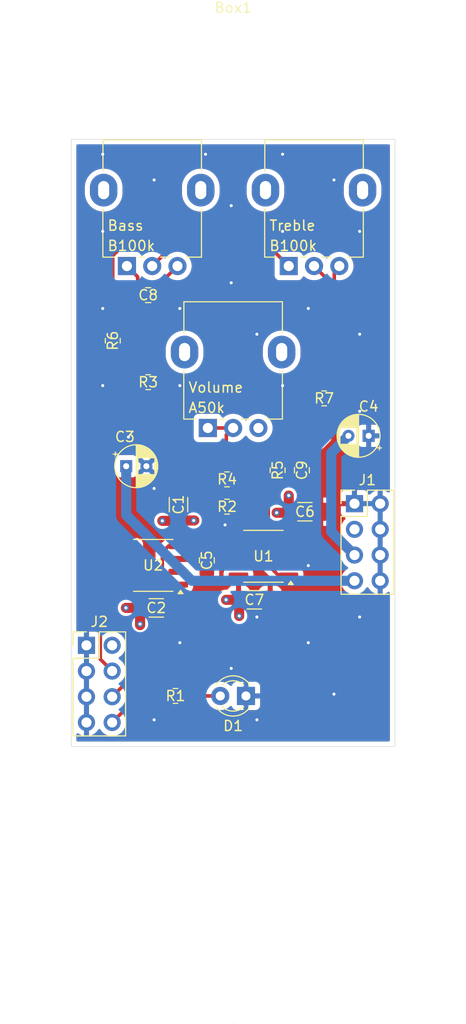
<source format=kicad_pcb>
(kicad_pcb (version 20240108) (generator "pcbnew") (generator_version "8.0")
  (layers (0 "F.Cu" jumper) (1 "In1.Cu" signal) (2 "In2.Cu" signal) (31 "B.Cu" signal) (34 "B.Paste" user) (35 "F.Paste" user) (36 "B.SilkS" user "B.Silkscreen") (37 "F.SilkS" user "F.Silkscreen") (38 "B.Mask" user) (39 "F.Mask" user) (44 "Edge.Cuts" user))
  (net 0 "")
  (net 1 "GND")
  (net 2 "VIN")
  (net 3 "Net-(C8-Pad2)")
  (net 4 "Net-(C8-Pad1)")
  (net 5 "Net-(C9-Pad2)")
  (net 6 "+V")
  (net 7 "Net-(U1A--)")
  (net 8 "-V")
  (net 9 "Net-(U1B-OUT)")
  (net 10 "LED")
  (net 11 "Net-(U1B--)")
  (net 12 "Net-(R5-Pad1)")
  (net 14 "Net-(R6-Pad1)")
  (net 15 "Net-(R7-Pad2)")
  (net 16 "IN^{EFF}")
  (net 17 "OUT^{EFF}")
  (net 18 "Net-(D1-A)")
  (net 19 "OUT^{BAX}")
  (footprint "Potentiometer_THT:Potentiometer_Alpha_RD901F-40-00D_Single_Vertical" (layer "F.Cu") (at 105.5 75.525 90)
    (property "Reference" "RV3" (hide yes))
    (property "Value" "Treble B100k" (hide yes))
    (property "Use" "Treble" (at 4 -2 0) (layer "F.SilkS") (effects (justify left)))
    (property "Type" "B100k" (at 2 -2 0) (layer "F.SilkS") (effects (justify left)))
    (pad "" thru_hole oval (at 7.5 -2.3 180) (size 2.72 3.24) (drill oval 1.1 1.8) (layers "*.Cu" "*.Mask" "In3.Cu" "In4.Cu" "In5.Cu" "In6.Cu" "In7.Cu" "In8.Cu" "In9.Cu" "In10.Cu" "In11.Cu" "In12.Cu" "In13.Cu" "In14.Cu" "In15.Cu" "In16.Cu" "In17.Cu" "In18.Cu" "In19.Cu" "In20.Cu" "In21.Cu" "In22.Cu" "In23.Cu" "In24.Cu" "In25.Cu" "In26.Cu" "In27.Cu" "In28.Cu" "In29.Cu" "In30.Cu"))
    (pad "" thru_hole oval (at 7.5 7.3 180) (size 2.72 3.24) (drill oval 1.1 1.8) (layers "*.Cu" "*.Mask" "In3.Cu" "In4.Cu" "In5.Cu" "In6.Cu" "In7.Cu" "In8.Cu" "In9.Cu" "In10.Cu" "In11.Cu" "In12.Cu" "In13.Cu" "In14.Cu" "In15.Cu" "In16.Cu" "In17.Cu" "In18.Cu" "In19.Cu" "In20.Cu" "In21.Cu" "In22.Cu" "In23.Cu" "In24.Cu" "In25.Cu" "In26.Cu" "In27.Cu" "In28.Cu" "In29.Cu" "In30.Cu"))
    (pad "1" thru_hole rect (at 0 0 180) (size 1.8 1.8) (drill 1) (layers "*.Cu" "*.Mask" "In3.Cu" "In4.Cu" "In5.Cu" "In6.Cu" "In7.Cu" "In8.Cu" "In9.Cu" "In10.Cu" "In11.Cu" "In12.Cu" "In13.Cu" "In14.Cu" "In15.Cu" "In16.Cu" "In17.Cu" "In18.Cu" "In19.Cu" "In20.Cu" "In21.Cu" "In22.Cu" "In23.Cu" "In24.Cu" "In25.Cu" "In26.Cu" "In27.Cu" "In28.Cu" "In29.Cu" "In30.Cu") (net 14 "Net-(R6-Pad1)"))
    (pad "2" thru_hole circle (at 0 2.5 180) (size 1.8 1.8) (drill 1) (layers "*.Cu" "*.Mask" "In3.Cu" "In4.Cu" "In5.Cu" "In6.Cu" "In7.Cu" "In8.Cu" "In9.Cu" "In10.Cu" "In11.Cu" "In12.Cu" "In13.Cu" "In14.Cu" "In15.Cu" "In16.Cu" "In17.Cu" "In18.Cu" "In19.Cu" "In20.Cu" "In21.Cu" "In22.Cu" "In23.Cu" "In24.Cu" "In25.Cu" "In26.Cu" "In27.Cu" "In28.Cu" "In29.Cu" "In30.Cu") (net 5 "Net-(C9-Pad2)"))
    (pad "3" thru_hole circle (at 0 5 180) (size 1.8 1.8) (drill 1) (layers "*.Cu" "*.Mask" "In3.Cu" "In4.Cu" "In5.Cu" "In6.Cu" "In7.Cu" "In8.Cu" "In9.Cu" "In10.Cu" "In11.Cu" "In12.Cu" "In13.Cu" "In14.Cu" "In15.Cu" "In16.Cu" "In17.Cu" "In18.Cu" "In19.Cu" "In20.Cu" "In21.Cu" "In22.Cu" "In23.Cu" "In24.Cu" "In25.Cu" "In26.Cu" "In27.Cu" "In28.Cu" "In29.Cu" "In30.Cu") (net 15 "Net-(R7-Pad2)"))
  )
  (footprint "Potentiometer_THT:Potentiometer_Alpha_RD901F-40-00D_Single_Vertical" (layer "F.Cu") (at 97.5 91.525 90)
    (property "Reference" "RV1" (hide yes))
    (property "Value" "A50k Effects Volume" (hide yes))
    (property "Use" "Volume" (at 4 -2 0) (layer "F.SilkS") (effects (justify left)))
    (property "R-value" "A50k" (at 2 -2 0) (layer "F.SilkS") (effects (justify left)))
    (pad "" thru_hole oval (at 7.5 -2.3 180) (size 2.72 3.24) (drill oval 1.1 1.8) (layers "*.Cu" "*.Mask" "In3.Cu" "In4.Cu" "In5.Cu" "In6.Cu" "In7.Cu" "In8.Cu" "In9.Cu" "In10.Cu" "In11.Cu" "In12.Cu" "In13.Cu" "In14.Cu" "In15.Cu" "In16.Cu" "In17.Cu" "In18.Cu" "In19.Cu" "In20.Cu" "In21.Cu" "In22.Cu" "In23.Cu" "In24.Cu" "In25.Cu" "In26.Cu" "In27.Cu" "In28.Cu" "In29.Cu" "In30.Cu"))
    (pad "" thru_hole oval (at 7.5 7.3 180) (size 2.72 3.24) (drill oval 1.1 1.8) (layers "*.Cu" "*.Mask" "In3.Cu" "In4.Cu" "In5.Cu" "In6.Cu" "In7.Cu" "In8.Cu" "In9.Cu" "In10.Cu" "In11.Cu" "In12.Cu" "In13.Cu" "In14.Cu" "In15.Cu" "In16.Cu" "In17.Cu" "In18.Cu" "In19.Cu" "In20.Cu" "In21.Cu" "In22.Cu" "In23.Cu" "In24.Cu" "In25.Cu" "In26.Cu" "In27.Cu" "In28.Cu" "In29.Cu" "In30.Cu"))
    (pad "1" thru_hole rect (at 0 0 180) (size 1.8 1.8) (drill 1) (layers "*.Cu" "*.Mask" "In3.Cu" "In4.Cu" "In5.Cu" "In6.Cu" "In7.Cu" "In8.Cu" "In9.Cu" "In10.Cu" "In11.Cu" "In12.Cu" "In13.Cu" "In14.Cu" "In15.Cu" "In16.Cu" "In17.Cu" "In18.Cu" "In19.Cu" "In20.Cu" "In21.Cu" "In22.Cu" "In23.Cu" "In24.Cu" "In25.Cu" "In26.Cu" "In27.Cu" "In28.Cu" "In29.Cu" "In30.Cu") (net 11 "Net-(U1B--)"))
    (pad "2" thru_hole circle (at 0 2.5 180) (size 1.8 1.8) (drill 1) (layers "*.Cu" "*.Mask" "In3.Cu" "In4.Cu" "In5.Cu" "In6.Cu" "In7.Cu" "In8.Cu" "In9.Cu" "In10.Cu" "In11.Cu" "In12.Cu" "In13.Cu" "In14.Cu" "In15.Cu" "In16.Cu" "In17.Cu" "In18.Cu" "In19.Cu" "In20.Cu" "In21.Cu" "In22.Cu" "In23.Cu" "In24.Cu" "In25.Cu" "In26.Cu" "In27.Cu" "In28.Cu" "In29.Cu" "In30.Cu") (net 11 "Net-(U1B--)"))
    (pad "3" thru_hole circle (at 0 5 180) (size 1.8 1.8) (drill 1) (layers "*.Cu" "*.Mask" "In3.Cu" "In4.Cu" "In5.Cu" "In6.Cu" "In7.Cu" "In8.Cu" "In9.Cu" "In10.Cu" "In11.Cu" "In12.Cu" "In13.Cu" "In14.Cu" "In15.Cu" "In16.Cu" "In17.Cu" "In18.Cu" "In19.Cu" "In20.Cu" "In21.Cu" "In22.Cu" "In23.Cu" "In24.Cu" "In25.Cu" "In26.Cu" "In27.Cu" "In28.Cu" "In29.Cu" "In30.Cu") (net 17 "OUT^{EFF}"))
  )
  (footprint "Resistor_SMD:R_0805_2012Metric_Pad1.20x1.40mm_HandSolder" (layer "F.Cu") (at 94.3 118)
    (property "Reference" "R1" (at 0 0 0) (layer "F.SilkS"))
    (property "Value" "10k")
    (pad "1" smd roundrect (at -1 0) (size 1.2 1.4) (layers "F.Cu" "F.Paste" "F.Mask") (roundrect_rratio 0.208333) (net 10 "LED"))
    (pad "2" smd roundrect (at 1 0) (size 1.2 1.4) (layers "F.Cu" "F.Paste" "F.Mask") (roundrect_rratio 0.208333) (net 18 "Net-(D1-A)"))
  )
  (footprint "Capacitor_THT:CP_Radial_D4.0mm_P2.00mm" (layer "F.Cu") (at 89.427401 95.3)
    (property "Reference" "C3" (at -0.127401 -2.9 0) (layer "F.SilkS"))
    (property "Value" "22uF")
    (pad "1" thru_hole rect (at 0 0) (size 1.2 1.2) (drill 0.6) (layers "*.Cu" "*.Mask" "In3.Cu" "In4.Cu" "In5.Cu" "In6.Cu" "In7.Cu" "In8.Cu" "In9.Cu" "In10.Cu" "In11.Cu" "In12.Cu" "In13.Cu" "In14.Cu" "In15.Cu" "In16.Cu" "In17.Cu" "In18.Cu" "In19.Cu" "In20.Cu" "In21.Cu" "In22.Cu" "In23.Cu" "In24.Cu" "In25.Cu" "In26.Cu" "In27.Cu" "In28.Cu" "In29.Cu" "In30.Cu") (net 6 "+V"))
    (pad "2" thru_hole circle (at 2 0) (size 1.2 1.2) (drill 0.6) (layers "*.Cu" "*.Mask" "In3.Cu" "In4.Cu" "In5.Cu" "In6.Cu" "In7.Cu" "In8.Cu" "In9.Cu" "In10.Cu" "In11.Cu" "In12.Cu" "In13.Cu" "In14.Cu" "In15.Cu" "In16.Cu" "In17.Cu" "In18.Cu" "In19.Cu" "In20.Cu" "In21.Cu" "In22.Cu" "In23.Cu" "In24.Cu" "In25.Cu" "In26.Cu" "In27.Cu" "In28.Cu" "In29.Cu" "In30.Cu") (net 1 "GND"))
  )
  (footprint "Resistor_SMD:R_0805_2012Metric_Pad1.20x1.40mm_HandSolder" (layer "F.Cu") (at 99.4 96.6 180)
    (property "Reference" "R4" (at 0 0 0) (layer "F.SilkS"))
    (property "Value" "22k")
    (pad "1" smd roundrect (at -1 0 180) (size 1.2 1.4) (layers "F.Cu" "F.Paste" "F.Mask") (roundrect_rratio 0.208333) (net 19 "OUT^{BAX}"))
    (pad "2" smd roundrect (at 1 0 180) (size 1.2 1.4) (layers "F.Cu" "F.Paste" "F.Mask") (roundrect_rratio 0.208333) (net 3 "Net-(C8-Pad2)"))
  )
  (footprint "Mylib:1590A" (layer "F.Cu") (at 100 100)
    (property "Reference" "Box1" (at 0 -50 0) (layer "F.SilkS") (effects (font (thickness 0.1))))
    (property "Value" "1590A")
  )
  (footprint "Capacitor_SMD:C_1206_3216Metric_Pad1.33x1.80mm_HandSolder" (layer "F.Cu") (at 94.6 99.1 90)
    (property "Reference" "C1" (at 0 0 90) (layer "F.SilkS"))
    (property "Value" "0.1uF")
    (pad "1" smd roundrect (at -1.5625 0 90) (size 1.325 1.8) (layers "F.Cu" "F.Paste" "F.Mask") (roundrect_rratio 0.188679) (net 8 "-V"))
    (pad "2" smd roundrect (at 1.5625 0 90) (size 1.325 1.8) (layers "F.Cu" "F.Paste" "F.Mask") (roundrect_rratio 0.188679) (net 1 "GND"))
  )
  (footprint "Resistor_SMD:R_0805_2012Metric_Pad1.20x1.40mm_HandSolder" (layer "F.Cu") (at 104.4 95.7 -90)
    (property "Reference" "R5" (at 0 0 90) (layer "F.SilkS"))
    (property "Value" "22k")
    (pad "1" smd roundrect (at -1 0 270) (size 1.2 1.4) (layers "F.Cu" "F.Paste" "F.Mask") (roundrect_rratio 0.208333) (net 12 "Net-(R5-Pad1)"))
    (pad "2" smd roundrect (at 1 0 270) (size 1.2 1.4) (layers "F.Cu" "F.Paste" "F.Mask") (roundrect_rratio 0.208333) (net 7 "Net-(U1A--)"))
  )
  (footprint "Capacitor_SMD:C_0805_2012Metric_Pad1.18x1.45mm_HandSolder" (layer "F.Cu") (at 97.4 104.6 90)
    (property "Reference" "C5" (at 0 0 90) (layer "F.SilkS"))
    (property "Value" "10pF")
    (pad "1" smd roundrect (at -1.0375 0 90) (size 1.175 1.45) (layers "F.Cu" "F.Paste" "F.Mask") (roundrect_rratio 0.212766) (net 9 "Net-(U1B-OUT)"))
    (pad "2" smd roundrect (at 1.0375 0 90) (size 1.175 1.45) (layers "F.Cu" "F.Paste" "F.Mask") (roundrect_rratio 0.212766) (net 11 "Net-(U1B--)"))
  )
  (footprint "Resistor_SMD:R_0805_2012Metric_Pad1.20x1.40mm_HandSolder" (layer "F.Cu") (at 88.1 82.9 -90)
    (property "Reference" "R6" (at 0 0 90) (layer "F.SilkS"))
    (property "Value" "10k")
    (pad "1" smd roundrect (at -1 0 270) (size 1.2 1.4) (layers "F.Cu" "F.Paste" "F.Mask") (roundrect_rratio 0.208333) (net 14 "Net-(R6-Pad1)"))
    (pad "2" smd roundrect (at 1 0 270) (size 1.2 1.4) (layers "F.Cu" "F.Paste" "F.Mask") (roundrect_rratio 0.208333) (net 16 "IN^{EFF}"))
  )
  (footprint "Capacitor_SMD:C_1206_3216Metric_Pad1.33x1.80mm_HandSolder" (layer "F.Cu") (at 107.1 99.8)
    (property "Reference" "C6" (at 0 0 0) (layer "F.SilkS"))
    (property "Value" "0.1uF")
    (pad "1" smd roundrect (at -1.5625 0) (size 1.325 1.8) (layers "F.Cu" "F.Paste" "F.Mask") (roundrect_rratio 0.188679) (net 8 "-V"))
    (pad "2" smd roundrect (at 1.5625 0) (size 1.325 1.8) (layers "F.Cu" "F.Paste" "F.Mask") (roundrect_rratio 0.188679) (net 1 "GND"))
  )
  (footprint "Connector_PinHeader_2.54mm:PinHeader_2x04_P2.54mm_Vertical" (layer "F.Cu") (at 112 99)
    (property "Reference" "J1" (at 1.27 -2.33 0) (layer "F.SilkS"))
    (property "Value" "Conn_02x04_Odd_Even")
    (pad "1" thru_hole rect (at 0 0) (size 1.7 1.7) (drill 1) (layers "*.Cu" "*.Mask" "In3.Cu" "In4.Cu" "In5.Cu" "In6.Cu" "In7.Cu" "In8.Cu" "In9.Cu" "In10.Cu" "In11.Cu" "In12.Cu" "In13.Cu" "In14.Cu" "In15.Cu" "In16.Cu" "In17.Cu" "In18.Cu" "In19.Cu" "In20.Cu" "In21.Cu" "In22.Cu" "In23.Cu" "In24.Cu" "In25.Cu" "In26.Cu" "In27.Cu" "In28.Cu" "In29.Cu" "In30.Cu") (net 1 "GND"))
    (pad "2" thru_hole oval (at 2.54 0) (size 1.7 1.7) (drill 1) (layers "*.Cu" "*.Mask" "In3.Cu" "In4.Cu" "In5.Cu" "In6.Cu" "In7.Cu" "In8.Cu" "In9.Cu" "In10.Cu" "In11.Cu" "In12.Cu" "In13.Cu" "In14.Cu" "In15.Cu" "In16.Cu" "In17.Cu" "In18.Cu" "In19.Cu" "In20.Cu" "In21.Cu" "In22.Cu" "In23.Cu" "In24.Cu" "In25.Cu" "In26.Cu" "In27.Cu" "In28.Cu" "In29.Cu" "In30.Cu") (net 1 "GND"))
    (pad "3" thru_hole oval (at 0 2.54) (size 1.7 1.7) (drill 1) (layers "*.Cu" "*.Mask" "In3.Cu" "In4.Cu" "In5.Cu" "In6.Cu" "In7.Cu" "In8.Cu" "In9.Cu" "In10.Cu" "In11.Cu" "In12.Cu" "In13.Cu" "In14.Cu" "In15.Cu" "In16.Cu" "In17.Cu" "In18.Cu" "In19.Cu" "In20.Cu" "In21.Cu" "In22.Cu" "In23.Cu" "In24.Cu" "In25.Cu" "In26.Cu" "In27.Cu" "In28.Cu" "In29.Cu" "In30.Cu") (net 2 "VIN"))
    (pad "4" thru_hole oval (at 2.54 2.54) (size 1.7 1.7) (drill 1) (layers "*.Cu" "*.Mask" "In3.Cu" "In4.Cu" "In5.Cu" "In6.Cu" "In7.Cu" "In8.Cu" "In9.Cu" "In10.Cu" "In11.Cu" "In12.Cu" "In13.Cu" "In14.Cu" "In15.Cu" "In16.Cu" "In17.Cu" "In18.Cu" "In19.Cu" "In20.Cu" "In21.Cu" "In22.Cu" "In23.Cu" "In24.Cu" "In25.Cu" "In26.Cu" "In27.Cu" "In28.Cu" "In29.Cu" "In30.Cu") (net 1 "GND"))
    (pad "5" thru_hole oval (at 0 5.08) (size 1.7 1.7) (drill 1) (layers "*.Cu" "*.Mask" "In3.Cu" "In4.Cu" "In5.Cu" "In6.Cu" "In7.Cu" "In8.Cu" "In9.Cu" "In10.Cu" "In11.Cu" "In12.Cu" "In13.Cu" "In14.Cu" "In15.Cu" "In16.Cu" "In17.Cu" "In18.Cu" "In19.Cu" "In20.Cu" "In21.Cu" "In22.Cu" "In23.Cu" "In24.Cu" "In25.Cu" "In26.Cu" "In27.Cu" "In28.Cu" "In29.Cu" "In30.Cu") (net 8 "-V"))
    (pad "6" thru_hole oval (at 2.54 5.08) (size 1.7 1.7) (drill 1) (layers "*.Cu" "*.Mask" "In3.Cu" "In4.Cu" "In5.Cu" "In6.Cu" "In7.Cu" "In8.Cu" "In9.Cu" "In10.Cu" "In11.Cu" "In12.Cu" "In13.Cu" "In14.Cu" "In15.Cu" "In16.Cu" "In17.Cu" "In18.Cu" "In19.Cu" "In20.Cu" "In21.Cu" "In22.Cu" "In23.Cu" "In24.Cu" "In25.Cu" "In26.Cu" "In27.Cu" "In28.Cu" "In29.Cu" "In30.Cu") (net 1 "GND"))
    (pad "7" thru_hole oval (at 0 7.62) (size 1.7 1.7) (drill 1) (layers "*.Cu" "*.Mask" "In3.Cu" "In4.Cu" "In5.Cu" "In6.Cu" "In7.Cu" "In8.Cu" "In9.Cu" "In10.Cu" "In11.Cu" "In12.Cu" "In13.Cu" "In14.Cu" "In15.Cu" "In16.Cu" "In17.Cu" "In18.Cu" "In19.Cu" "In20.Cu" "In21.Cu" "In22.Cu" "In23.Cu" "In24.Cu" "In25.Cu" "In26.Cu" "In27.Cu" "In28.Cu" "In29.Cu" "In30.Cu") (net 6 "+V"))
    (pad "8" thru_hole oval (at 2.54 7.62) (size 1.7 1.7) (drill 1) (layers "*.Cu" "*.Mask" "In3.Cu" "In4.Cu" "In5.Cu" "In6.Cu" "In7.Cu" "In8.Cu" "In9.Cu" "In10.Cu" "In11.Cu" "In12.Cu" "In13.Cu" "In14.Cu" "In15.Cu" "In16.Cu" "In17.Cu" "In18.Cu" "In19.Cu" "In20.Cu" "In21.Cu" "In22.Cu" "In23.Cu" "In24.Cu" "In25.Cu" "In26.Cu" "In27.Cu" "In28.Cu" "In29.Cu" "In30.Cu") (net 1 "GND"))
  )
  (footprint "Capacitor_THT:CP_Radial_D4.0mm_P2.00mm" (layer "F.Cu") (at 113.4 92.3 180)
    (property "Reference" "C4" (at 0 2.9 0) (layer "F.SilkS"))
    (property "Value" "22uF")
    (pad "1" thru_hole rect (at 0 0 180) (size 1.2 1.2) (drill 0.6) (layers "*.Cu" "*.Mask" "In3.Cu" "In4.Cu" "In5.Cu" "In6.Cu" "In7.Cu" "In8.Cu" "In9.Cu" "In10.Cu" "In11.Cu" "In12.Cu" "In13.Cu" "In14.Cu" "In15.Cu" "In16.Cu" "In17.Cu" "In18.Cu" "In19.Cu" "In20.Cu" "In21.Cu" "In22.Cu" "In23.Cu" "In24.Cu" "In25.Cu" "In26.Cu" "In27.Cu" "In28.Cu" "In29.Cu" "In30.Cu") (net 1 "GND"))
    (pad "2" thru_hole circle (at 2 0 180) (size 1.2 1.2) (drill 0.6) (layers "*.Cu" "*.Mask" "In3.Cu" "In4.Cu" "In5.Cu" "In6.Cu" "In7.Cu" "In8.Cu" "In9.Cu" "In10.Cu" "In11.Cu" "In12.Cu" "In13.Cu" "In14.Cu" "In15.Cu" "In16.Cu" "In17.Cu" "In18.Cu" "In19.Cu" "In20.Cu" "In21.Cu" "In22.Cu" "In23.Cu" "In24.Cu" "In25.Cu" "In26.Cu" "In27.Cu" "In28.Cu" "In29.Cu" "In30.Cu") (net 8 "-V"))
  )
  (footprint "Capacitor_SMD:C_0805_2012Metric_Pad1.18x1.45mm_HandSolder" (layer "F.Cu") (at 106.8 95.7 90)
    (property "Reference" "C9" (at 0 0 90) (layer "F.SilkS"))
    (property "Value" "560pF")
    (pad "1" smd roundrect (at -1.0375 0 90) (size 1.175 1.45) (layers "F.Cu" "F.Paste" "F.Mask") (roundrect_rratio 0.212766) (net 7 "Net-(U1A--)"))
    (pad "2" smd roundrect (at 1.0375 0 90) (size 1.175 1.45) (layers "F.Cu" "F.Paste" "F.Mask") (roundrect_rratio 0.212766) (net 5 "Net-(C9-Pad2)"))
  )
  (footprint "Package_SO:SOIC-8_3.9x4.9mm_P1.27mm" (layer "F.Cu") (at 92.1 105.1 180)
    (property "Reference" "U2" (at 0 0 0) (layer "F.SilkS"))
    (property "Value" "BUF634AxD")
    (pad "1" smd roundrect (at -2.475 -1.905 180) (size 1.95 0.6) (layers "F.Cu" "F.Paste" "F.Mask") (net 8 "-V"))
    (pad "2" smd roundrect (at -2.475 -0.635 180) (size 1.95 0.6) (layers "F.Cu" "F.Paste" "F.Mask"))
    (pad "3" smd roundrect (at -2.475 0.635 180) (size 1.95 0.6) (layers "F.Cu" "F.Paste" "F.Mask") (net 9 "Net-(U1B-OUT)"))
    (pad "4" smd roundrect (at -2.475 1.905 180) (size 1.95 0.6) (layers "F.Cu" "F.Paste" "F.Mask") (net 8 "-V"))
    (pad "5" smd roundrect (at 2.475 1.905 180) (size 1.95 0.6) (layers "F.Cu" "F.Paste" "F.Mask"))
    (pad "6" smd roundrect (at 2.475 0.635 180) (size 1.95 0.6) (layers "F.Cu" "F.Paste" "F.Mask") (net 17 "OUT^{EFF}"))
    (pad "7" smd roundrect (at 2.475 -0.635 180) (size 1.95 0.6) (layers "F.Cu" "F.Paste" "F.Mask") (net 6 "+V"))
    (pad "8" smd roundrect (at 2.475 -1.905 180) (size 1.95 0.6) (layers "F.Cu" "F.Paste" "F.Mask"))
  )
  (footprint "Capacitor_SMD:C_1206_3216Metric_Pad1.33x1.80mm_HandSolder" (layer "F.Cu") (at 92.4 109.3)
    (property "Reference" "C2" (at 0 0 0) (layer "F.SilkS"))
    (property "Value" "0.1uF")
    (pad "1" smd roundrect (at -1.5625 0) (size 1.325 1.8) (layers "F.Cu" "F.Paste" "F.Mask") (roundrect_rratio 0.188679) (net 6 "+V"))
    (pad "2" smd roundrect (at 1.5625 0) (size 1.325 1.8) (layers "F.Cu" "F.Paste" "F.Mask") (roundrect_rratio 0.188679) (net 1 "GND"))
  )
  (footprint "Resistor_SMD:R_0805_2012Metric_Pad1.20x1.40mm_HandSolder" (layer "F.Cu") (at 109 88.6)
    (property "Reference" "R7" (at 0 0 0) (layer "F.SilkS"))
    (property "Value" "10k")
    (pad "1" smd roundrect (at -1 0) (size 1.2 1.4) (layers "F.Cu" "F.Paste" "F.Mask") (roundrect_rratio 0.208333) (net 19 "OUT^{BAX}"))
    (pad "2" smd roundrect (at 1 0) (size 1.2 1.4) (layers "F.Cu" "F.Paste" "F.Mask") (roundrect_rratio 0.208333) (net 15 "Net-(R7-Pad2)"))
  )
  (footprint "Package_SO:SOIC-8_3.9x4.9mm_P1.27mm" (layer "F.Cu") (at 103 104.2 180)
    (property "Reference" "U1" (at 0 0 0) (layer "F.SilkS"))
    (property "Value" "OPA1656")
    (pad "1" smd roundrect (at -2.475 -1.905 180) (size 1.95 0.6) (layers "F.Cu" "F.Paste" "F.Mask") (net 19 "OUT^{BAX}"))
    (pad "2" smd roundrect (at -2.475 -0.635 180) (size 1.95 0.6) (layers "F.Cu" "F.Paste" "F.Mask") (net 7 "Net-(U1A--)"))
    (pad "3" smd roundrect (at -2.475 0.635 180) (size 1.95 0.6) (layers "F.Cu" "F.Paste" "F.Mask") (net 1 "GND"))
    (pad "4" smd roundrect (at -2.475 1.905 180) (size 1.95 0.6) (layers "F.Cu" "F.Paste" "F.Mask") (net 8 "-V"))
    (pad "5" smd roundrect (at 2.475 1.905 180) (size 1.95 0.6) (layers "F.Cu" "F.Paste" "F.Mask") (net 1 "GND"))
    (pad "6" smd roundrect (at 2.475 0.635 180) (size 1.95 0.6) (layers "F.Cu" "F.Paste" "F.Mask") (net 11 "Net-(U1B--)"))
    (pad "7" smd roundrect (at 2.475 -0.635 180) (size 1.95 0.6) (layers "F.Cu" "F.Paste" "F.Mask") (net 9 "Net-(U1B-OUT)"))
    (pad "8" smd roundrect (at 2.475 -1.905 180) (size 1.95 0.6) (layers "F.Cu" "F.Paste" "F.Mask") (net 6 "+V"))
  )
  (footprint "Resistor_SMD:R_0805_2012Metric_Pad1.20x1.40mm_HandSolder" (layer "F.Cu") (at 99.4 99.3)
    (property "Reference" "R2" (at 0 0 0) (layer "F.SilkS"))
    (property "Value" "22k")
    (pad "1" smd roundrect (at -1 0) (size 1.2 1.4) (layers "F.Cu" "F.Paste" "F.Mask") (roundrect_rratio 0.208333) (net 11 "Net-(U1B--)"))
    (pad "2" smd roundrect (at 1 0) (size 1.2 1.4) (layers "F.Cu" "F.Paste" "F.Mask") (roundrect_rratio 0.208333) (net 19 "OUT^{BAX}"))
  )
  (footprint "Capacitor_SMD:C_1206_3216Metric_Pad1.33x1.80mm_HandSolder" (layer "F.Cu") (at 102.1 108.5)
    (property "Reference" "C7" (at 0 0 0) (layer "F.SilkS"))
    (property "Value" "0.1uF")
    (pad "1" smd roundrect (at -1.5625 0) (size 1.325 1.8) (layers "F.Cu" "F.Paste" "F.Mask") (roundrect_rratio 0.188679) (net 6 "+V"))
    (pad "2" smd roundrect (at 1.5625 0) (size 1.325 1.8) (layers "F.Cu" "F.Paste" "F.Mask") (roundrect_rratio 0.188679) (net 1 "GND"))
  )
  (footprint "Capacitor_SMD:C_0805_2012Metric_Pad1.18x1.45mm_HandSolder" (layer "F.Cu") (at 91.6 78.4 180)
    (property "Reference" "C8" (at 0 0 0) (layer "F.SilkS"))
    (property "Value" "47nF")
    (pad "1" smd roundrect (at -1.0375 0 180) (size 1.175 1.45) (layers "F.Cu" "F.Paste" "F.Mask") (roundrect_rratio 0.212766) (net 4 "Net-(C8-Pad1)"))
    (pad "2" smd roundrect (at 1.0375 0 180) (size 1.175 1.45) (layers "F.Cu" "F.Paste" "F.Mask") (roundrect_rratio 0.212766) (net 3 "Net-(C8-Pad2)"))
  )
  (footprint "Connector_PinHeader_2.54mm:PinHeader_2x04_P2.54mm_Vertical" (layer "F.Cu") (at 85.5 113)
    (property "Reference" "J2" (at 1.27 -2.33 0) (layer "F.SilkS"))
    (property "Value" "Conn_02x04_Odd_Even")
    (pad "1" thru_hole rect (at 0 0) (size 1.7 1.7) (drill 1) (layers "*.Cu" "*.Mask" "In3.Cu" "In4.Cu" "In5.Cu" "In6.Cu" "In7.Cu" "In8.Cu" "In9.Cu" "In10.Cu" "In11.Cu" "In12.Cu" "In13.Cu" "In14.Cu" "In15.Cu" "In16.Cu" "In17.Cu" "In18.Cu" "In19.Cu" "In20.Cu" "In21.Cu" "In22.Cu" "In23.Cu" "In24.Cu" "In25.Cu" "In26.Cu" "In27.Cu" "In28.Cu" "In29.Cu" "In30.Cu") (net 1 "GND"))
    (pad "2" thru_hole oval (at 2.54 0) (size 1.7 1.7) (drill 1) (layers "*.Cu" "*.Mask" "In3.Cu" "In4.Cu" "In5.Cu" "In6.Cu" "In7.Cu" "In8.Cu" "In9.Cu" "In10.Cu" "In11.Cu" "In12.Cu" "In13.Cu" "In14.Cu" "In15.Cu" "In16.Cu" "In17.Cu" "In18.Cu" "In19.Cu" "In20.Cu" "In21.Cu" "In22.Cu" "In23.Cu" "In24.Cu" "In25.Cu" "In26.Cu" "In27.Cu" "In28.Cu" "In29.Cu" "In30.Cu"))
    (pad "3" thru_hole oval (at 0 2.54) (size 1.7 1.7) (drill 1) (layers "*.Cu" "*.Mask" "In3.Cu" "In4.Cu" "In5.Cu" "In6.Cu" "In7.Cu" "In8.Cu" "In9.Cu" "In10.Cu" "In11.Cu" "In12.Cu" "In13.Cu" "In14.Cu" "In15.Cu" "In16.Cu" "In17.Cu" "In18.Cu" "In19.Cu" "In20.Cu" "In21.Cu" "In22.Cu" "In23.Cu" "In24.Cu" "In25.Cu" "In26.Cu" "In27.Cu" "In28.Cu" "In29.Cu" "In30.Cu") (net 1 "GND"))
    (pad "4" thru_hole oval (at 2.54 2.54) (size 1.7 1.7) (drill 1) (layers "*.Cu" "*.Mask" "In3.Cu" "In4.Cu" "In5.Cu" "In6.Cu" "In7.Cu" "In8.Cu" "In9.Cu" "In10.Cu" "In11.Cu" "In12.Cu" "In13.Cu" "In14.Cu" "In15.Cu" "In16.Cu" "In17.Cu" "In18.Cu" "In19.Cu" "In20.Cu" "In21.Cu" "In22.Cu" "In23.Cu" "In24.Cu" "In25.Cu" "In26.Cu" "In27.Cu" "In28.Cu" "In29.Cu" "In30.Cu") (net 16 "IN^{EFF}"))
    (pad "5" thru_hole oval (at 0 5.08) (size 1.7 1.7) (drill 1) (layers "*.Cu" "*.Mask" "In3.Cu" "In4.Cu" "In5.Cu" "In6.Cu" "In7.Cu" "In8.Cu" "In9.Cu" "In10.Cu" "In11.Cu" "In12.Cu" "In13.Cu" "In14.Cu" "In15.Cu" "In16.Cu" "In17.Cu" "In18.Cu" "In19.Cu" "In20.Cu" "In21.Cu" "In22.Cu" "In23.Cu" "In24.Cu" "In25.Cu" "In26.Cu" "In27.Cu" "In28.Cu" "In29.Cu" "In30.Cu") (net 1 "GND"))
    (pad "6" thru_hole oval (at 2.54 5.08) (size 1.7 1.7) (drill 1) (layers "*.Cu" "*.Mask" "In3.Cu" "In4.Cu" "In5.Cu" "In6.Cu" "In7.Cu" "In8.Cu" "In9.Cu" "In10.Cu" "In11.Cu" "In12.Cu" "In13.Cu" "In14.Cu" "In15.Cu" "In16.Cu" "In17.Cu" "In18.Cu" "In19.Cu" "In20.Cu" "In21.Cu" "In22.Cu" "In23.Cu" "In24.Cu" "In25.Cu" "In26.Cu" "In27.Cu" "In28.Cu" "In29.Cu" "In30.Cu") (net 17 "OUT^{EFF}"))
    (pad "7" thru_hole oval (at 0 7.62) (size 1.7 1.7) (drill 1) (layers "*.Cu" "*.Mask" "In3.Cu" "In4.Cu" "In5.Cu" "In6.Cu" "In7.Cu" "In8.Cu" "In9.Cu" "In10.Cu" "In11.Cu" "In12.Cu" "In13.Cu" "In14.Cu" "In15.Cu" "In16.Cu" "In17.Cu" "In18.Cu" "In19.Cu" "In20.Cu" "In21.Cu" "In22.Cu" "In23.Cu" "In24.Cu" "In25.Cu" "In26.Cu" "In27.Cu" "In28.Cu" "In29.Cu" "In30.Cu") (net 1 "GND"))
    (pad "8" thru_hole oval (at 2.54 7.62) (size 1.7 1.7) (drill 1) (layers "*.Cu" "*.Mask" "In3.Cu" "In4.Cu" "In5.Cu" "In6.Cu" "In7.Cu" "In8.Cu" "In9.Cu" "In10.Cu" "In11.Cu" "In12.Cu" "In13.Cu" "In14.Cu" "In15.Cu" "In16.Cu" "In17.Cu" "In18.Cu" "In19.Cu" "In20.Cu" "In21.Cu" "In22.Cu" "In23.Cu" "In24.Cu" "In25.Cu" "In26.Cu" "In27.Cu" "In28.Cu" "In29.Cu" "In30.Cu") (net 10 "LED"))
  )
  (footprint "Resistor_SMD:R_0805_2012Metric_Pad1.20x1.40mm_HandSolder" (layer "F.Cu") (at 91.6 87 180)
    (property "Reference" "R3" (at 0 0 0) (layer "F.SilkS"))
    (property "Value" "22k")
    (pad "1" smd roundrect (at -1 0 180) (size 1.2 1.4) (layers "F.Cu" "F.Paste" "F.Mask") (roundrect_rratio 0.208333) (net 4 "Net-(C8-Pad1)"))
    (pad "2" smd roundrect (at 1 0 180) (size 1.2 1.4) (layers "F.Cu" "F.Paste" "F.Mask") (roundrect_rratio 0.208333) (net 16 "IN^{EFF}"))
  )
  (footprint "LED_THT:LED_D3.0mm" (layer "F.Cu") (at 101.27 118 180)
    (property "Reference" "D1" (at 1.27 -2.96 180) (layer "F.SilkS"))
    (property "Value" "LED")
    (pad "1" thru_hole rect (at 0 0 180) (size 1.8 1.8) (drill 0.9) (layers "*.Cu" "*.Mask" "In3.Cu" "In4.Cu" "In5.Cu" "In6.Cu" "In7.Cu" "In8.Cu" "In9.Cu" "In10.Cu" "In11.Cu" "In12.Cu" "In13.Cu" "In14.Cu" "In15.Cu" "In16.Cu" "In17.Cu" "In18.Cu" "In19.Cu" "In20.Cu" "In21.Cu" "In22.Cu" "In23.Cu" "In24.Cu" "In25.Cu" "In26.Cu" "In27.Cu" "In28.Cu" "In29.Cu" "In30.Cu") (net 1 "GND"))
    (pad "2" thru_hole circle (at 2.54 0 180) (size 1.8 1.8) (drill 0.9) (layers "*.Cu" "*.Mask" "In3.Cu" "In4.Cu" "In5.Cu" "In6.Cu" "In7.Cu" "In8.Cu" "In9.Cu" "In10.Cu" "In11.Cu" "In12.Cu" "In13.Cu" "In14.Cu" "In15.Cu" "In16.Cu" "In17.Cu" "In18.Cu" "In19.Cu" "In20.Cu" "In21.Cu" "In22.Cu" "In23.Cu" "In24.Cu" "In25.Cu" "In26.Cu" "In27.Cu" "In28.Cu" "In29.Cu" "In30.Cu") (net 18 "Net-(D1-A)"))
  )
  (footprint "Potentiometer_THT:Potentiometer_Alpha_RD901F-40-00D_Single_Vertical" (layer "F.Cu") (at 89.5 75.525 90)
    (property "Reference" "RV2" (hide yes))
    (property "Value" "Bass B100k" (hide yes))
    (property "Use" "Bass" (at 4 -2 0) (layer "F.SilkS") (effects (justify left)))
    (property "Type" "B100k" (at 2 -2 0) (layer "F.SilkS") (effects (justify left)))
    (pad "" thru_hole oval (at 7.5 -2.3 180) (size 2.72 3.24) (drill oval 1.1 1.8) (layers "*.Cu" "*.Mask" "In3.Cu" "In4.Cu" "In5.Cu" "In6.Cu" "In7.Cu" "In8.Cu" "In9.Cu" "In10.Cu" "In11.Cu" "In12.Cu" "In13.Cu" "In14.Cu" "In15.Cu" "In16.Cu" "In17.Cu" "In18.Cu" "In19.Cu" "In20.Cu" "In21.Cu" "In22.Cu" "In23.Cu" "In24.Cu" "In25.Cu" "In26.Cu" "In27.Cu" "In28.Cu" "In29.Cu" "In30.Cu"))
    (pad "" thru_hole oval (at 7.5 7.3 180) (size 2.72 3.24) (drill oval 1.1 1.8) (layers "*.Cu" "*.Mask" "In3.Cu" "In4.Cu" "In5.Cu" "In6.Cu" "In7.Cu" "In8.Cu" "In9.Cu" "In10.Cu" "In11.Cu" "In12.Cu" "In13.Cu" "In14.Cu" "In15.Cu" "In16.Cu" "In17.Cu" "In18.Cu" "In19.Cu" "In20.Cu" "In21.Cu" "In22.Cu" "In23.Cu" "In24.Cu" "In25.Cu" "In26.Cu" "In27.Cu" "In28.Cu" "In29.Cu" "In30.Cu"))
    (pad "1" thru_hole rect (at 0 0 180) (size 1.8 1.8) (drill 1) (layers "*.Cu" "*.Mask" "In3.Cu" "In4.Cu" "In5.Cu" "In6.Cu" "In7.Cu" "In8.Cu" "In9.Cu" "In10.Cu" "In11.Cu" "In12.Cu" "In13.Cu" "In14.Cu" "In15.Cu" "In16.Cu" "In17.Cu" "In18.Cu" "In19.Cu" "In20.Cu" "In21.Cu" "In22.Cu" "In23.Cu" "In24.Cu" "In25.Cu" "In26.Cu" "In27.Cu" "In28.Cu" "In29.Cu" "In30.Cu") (net 3 "Net-(C8-Pad2)"))
    (pad "2" thru_hole circle (at 0 2.5 180) (size 1.8 1.8) (drill 1) (layers "*.Cu" "*.Mask" "In3.Cu" "In4.Cu" "In5.Cu" "In6.Cu" "In7.Cu" "In8.Cu" "In9.Cu" "In10.Cu" "In11.Cu" "In12.Cu" "In13.Cu" "In14.Cu" "In15.Cu" "In16.Cu" "In17.Cu" "In18.Cu" "In19.Cu" "In20.Cu" "In21.Cu" "In22.Cu" "In23.Cu" "In24.Cu" "In25.Cu" "In26.Cu" "In27.Cu" "In28.Cu" "In29.Cu" "In30.Cu") (net 12 "Net-(R5-Pad1)"))
    (pad "3" thru_hole circle (at 0 5 180) (size 1.8 1.8) (drill 1) (layers "*.Cu" "*.Mask" "In3.Cu" "In4.Cu" "In5.Cu" "In6.Cu" "In7.Cu" "In8.Cu" "In9.Cu" "In10.Cu" "In11.Cu" "In12.Cu" "In13.Cu" "In14.Cu" "In15.Cu" "In16.Cu" "In17.Cu" "In18.Cu" "In19.Cu" "In20.Cu" "In21.Cu" "In22.Cu" "In23.Cu" "In24.Cu" "In25.Cu" "In26.Cu" "In27.Cu" "In28.Cu" "In29.Cu" "In30.Cu") (net 4 "Net-(C8-Pad1)"))
  )
  (gr_rect (start 84 63) (end 116 123) (stroke (width 0.05)) (fill none) (layer "Edge.Cuts"))
  (segment (start 105.475 103.565) (end 106.335 103.565) (width 0.35) (layer "F.Cu") (net 1))
  (segment (start 108.6625 101.2375) (end 108.6625 99.8) (width 0.35) (layer "F.Cu") (net 1))
  (segment (start 106.335 103.565) (end 108.6625 101.2375) (width 0.35) (layer "F.Cu") (net 1))
  (via (at 87.11 87.3395) (size 0.6) (drill 0.3) (layers "F.Cu" "B.Cu") (net 1))
  (via (at 107.43 79.7195) (size 0.6) (drill 0.3) (layers "F.Cu" "B.Cu") (net 1))
  (via (at 104.89 87.3395) (size 0.6) (drill 0.3) (layers "F.Cu" "B.Cu") (net 1))
  (via (at 104.89 64.4795) (size 0.6) (drill 0.3) (layers "F.Cu" "B.Cu") (net 1))
  (via (at 94.73 87.3395) (size 0.6) (drill 0.3) (layers "F.Cu" "B.Cu") (net 1))
  (via (at 109.97 67.0195) (size 0.6) (drill 0.3) (layers "F.Cu" "B.Cu") (net 1))
  (via (at 107.43 112.7395) (size 0.6) (drill 0.3) (layers "F.Cu" "B.Cu") (net 1))
  (via (at 87.11 64.4795) (size 0.6) (drill 0.3) (layers "F.Cu" "B.Cu") (net 1))
  (via (at 92.19 67.0195) (size 0.6) (drill 0.3) (layers "F.Cu" "B.Cu") (net 1))
  (via (at 104.89 72.0995) (size 0.6) (drill 0.3) (layers "F.Cu" "B.Cu") (net 1))
  (via (at 102.35 82.2595) (size 0.6) (drill 0.3) (layers "F.Cu" "B.Cu") (net 1))
  (via (at 87.11 79.7195) (size 0.6) (drill 0.3) (layers "F.Cu" "B.Cu") (net 1))
  (via (at 99.81 115.2795) (size 0.6) (drill 0.3) (layers "F.Cu" "B.Cu") (net 1))
  (via (at 87.11 72.0995) (size 0.6) (drill 0.3) (layers "F.Cu" "B.Cu") (net 1))
  (via (at 94.73 79.7195) (size 0.6) (drill 0.3) (layers "F.Cu" "B.Cu") (net 1))
  (via (at 109.97 117.8195) (size 0.6) (drill 0.3) (layers "F.Cu" "B.Cu") (net 1))
  (via (at 102.35 120.3595) (size 0.6) (drill 0.3) (layers "F.Cu" "B.Cu") (net 1))
  (via (at 97.27 64.4795) (size 0.6) (drill 0.3) (layers "F.Cu" "B.Cu") (net 1))
  (via (at 112.51 89.8795) (size 0.6) (drill 0.3) (layers "F.Cu" "B.Cu") (net 1))
  (via (at 99.81 69.5595) (size 0.6) (drill 0.3) (layers "F.Cu" "B.Cu") (net 1))
  (via (at 112.51 110.1995) (size 0.6) (drill 0.3) (layers "F.Cu" "B.Cu") (net 1))
  (via (at 92.19 97.4995) (size 0.6) (drill 0.3) (layers "F.Cu" "B.Cu") (net 1))
  (via (at 94.73 112.7395) (size 0.6) (drill 0.3) (layers "F.Cu" "B.Cu") (net 1))
  (via (at 102.35 110.1995) (size 0.6) (drill 0.3) (layers "F.Cu" "B.Cu") (net 1))
  (via (at 112.51 72.0995) (size 0.6) (drill 0.3) (layers "F.Cu" "B.Cu") (net 1))
  (via (at 107.43 105.1195) (size 0.6) (drill 0.3) (layers "F.Cu" "B.Cu") (net 1))
  (via (at 99.81 77.1795) (size 0.6) (drill 0.3) (layers "F.Cu" "B.Cu") (net 1))
  (via (at 92.19 120.3595) (size 0.6) (drill 0.3) (layers "F.Cu" "B.Cu") (net 1))
  (via (at 99.2 101.1) (size 0.6) (drill 0.3) (layers "F.Cu" "B.Cu") (net 1))
  (via (at 112.51 82.2595) (size 0.6) (drill 0.3) (layers "F.Cu" "B.Cu") (net 1))
  (via (at 89.65 92.4195) (size 0.6) (drill 0.3) (layers "F.Cu" "B.Cu") (net 1))
  (segment (start 97.4375 96.6) (end 91.6 90.7625) (width 0.35) (layer "F.Cu") (net 3))
  (segment (start 91.6 79.4375) (end 90.5625 78.4) (width 0.35) (layer "F.Cu") (net 3))
  (segment (start 90.5625 78.4) (end 90.5625 76.5875) (width 0.35) (layer "F.Cu") (net 3))
  (segment (start 98.4 96.6) (end 97.4375 96.6) (width 0.35) (layer "F.Cu") (net 3))
  (segment (start 91.6 90.7625) (end 91.6 79.4375) (width 0.35) (layer "F.Cu") (net 3))
  (segment (start 90.5625 76.5875) (end 89.5 75.525) (width 0.35) (layer "F.Cu") (net 3))
  (segment (start 92.6375 78.4) (end 92.6375 77.3875) (width 0.35) (layer "F.Cu") (net 4))
  (segment (start 92.6 87) (end 92.6 78.4375) (width 0.35) (layer "F.Cu") (net 4))
  (segment (start 92.6375 77.3875) (end 94.5 75.525) (width 0.35) (layer "F.Cu") (net 4))
  (segment (start 106.8 94.6625) (end 109.075 92.3875) (width 0.35) (layer "F.Cu") (net 5))
  (segment (start 109.075 76.6) (end 108 75.525) (width 0.35) (layer "F.Cu") (net 5))
  (segment (start 109.075 92.3875) (end 109.075 76.6) (width 0.35) (layer "F.Cu") (net 5))
  (segment (start 100.6 110.1) (end 100.6 108.5625) (width 1) (layer "F.Cu") (net 6))
  (segment (start 89.625 105.735) (end 90.599999 105.735) (width 0.5) (layer "F.Cu") (net 6))
  (segment (start 91.1 106.235001) (end 91.1 109.0375) (width 0.5) (layer "F.Cu") (net 6))
  (segment (start 90.599999 105.735) (end 91.1 106.235001) (width 0.5) (layer "F.Cu") (net 6))
  (segment (start 99.3 108.5) (end 100.5375 108.5) (width 1) (layer "F.Cu") (net 6))
  (segment (start 90.8 111) (end 90.8 110.9) (width 1) (layer "F.Cu") (net 6))
  (segment (start 100.5375 108.5) (end 100.5375 106.1175) (width 0.5) (layer "F.Cu") (net 6))
  (segment (start 89.4 109.3) (end 90.8375 109.3) (width 1) (layer "F.Cu") (net 6))
  (segment (start 90.8 110.9) (end 90.8 109.3375) (width 1) (layer "F.Cu") (net 6))
  (via (at 99.3 108.5) (size 0.6) (drill 0.3) (layers "F.Cu" "B.Cu") (net 6))
  (via (at 89.4 109.3) (size 0.6) (drill 0.3) (layers "F.Cu" "B.Cu") (net 6))
  (via (at 100.6 110.1) (size 0.6) (drill 0.3) (layers "F.Cu" "B.Cu") (net 6))
  (via (at 90.8 110.9) (size 0.6) (drill 0.3) (layers "F.Cu" "B.Cu") (net 6))
  (segment (start 112 106.62) (end 95.92 106.62) (width 1) (layer "B.Cu") (net 6))
  (segment (start 95.92 106.62) (end 89.427401 100.127401) (width 1) (layer "B.Cu") (net 6))
  (segment (start 89.427401 100.127401) (end 89.427401 95.3) (width 1) (layer "B.Cu") (net 6))
  (segment (start 104.500001 104.835) (end 103.475 103.809999) (width 0.35) (layer "F.Cu") (net 7))
  (segment (start 105.475 104.835) (end 104.500001 104.835) (width 0.35) (layer "F.Cu") (net 7))
  (segment (start 103.475 97.625) (end 104.4 96.7) (width 0.35) (layer "F.Cu") (net 7))
  (segment (start 104.4 96.7) (end 106.7625 96.7) (width 0.35) (layer "F.Cu") (net 7))
  (segment (start 103.475 103.809999) (end 103.475 97.625) (width 0.35) (layer "F.Cu") (net 7))
  (segment (start 105.475 102.295) (end 105.475 99.8625) (width 0.5) (layer "F.Cu") (net 8))
  (segment (start 93 100.7) (end 94.5625 100.7) (width 1) (layer "F.Cu") (net 8))
  (segment (start 105.5 98.2) (end 105.5 99.7625) (width 1) (layer "F.Cu") (net 8))
  (segment (start 94.6 100.6625) (end 96.1 100.6625) (width 1) (layer "F.Cu") (net 8))
  (segment (start 94.575 103.195) (end 93.600001 103.195) (width 0.35) (layer "F.Cu") (net 8))
  (segment (start 93 103.795001) (end 93 106.404999) (width 0.35) (layer "F.Cu") (net 8))
  (segment (start 104.3 99.9) (end 105.4375 99.9) (width 1) (layer "F.Cu") (net 8))
  (segment (start 93 106.404999) (end 93.600001 107.005) (width 0.35) (layer "F.Cu") (net 8))
  (segment (start 93.600001 103.195) (end 93 103.795001) (width 0.35) (layer "F.Cu") (net 8))
  (segment (start 96.1 100.6625) (end 96.1625 100.6625) (width 1) (layer "F.Cu") (net 8))
  (segment (start 93.600001 107.005) (end 94.575 107.005) (width 0.35) (layer "F.Cu") (net 8))
  (segment (start 96.1625 100.6625) (end 96.2 100.7) (width 0.35) (layer "F.Cu") (net 8))
  (segment (start 94.6 100.6625) (end 94.6 103.17) (width 0.5) (layer "F.Cu") (net 8))
  (via (at 104.3 99.9) (size 0.6) (drill 0.3) (layers "F.Cu" "B.Cu") (net 8))
  (via (at 96.1 100.6625) (size 0.6) (drill 0.3) (layers "F.Cu" "B.Cu") (net 8))
  (via (at 93 100.7) (size 0.6) (drill 0.3) (layers "F.Cu" "B.Cu") (net 8))
  (via (at 105.5 98.2) (size 0.6) (drill 0.3) (layers "F.Cu" "B.Cu") (net 8))
  (segment (start 112 104.08) (end 109.7 101.78) (width 1) (layer "B.Cu") (net 8))
  (segment (start 109.7 101.78) (end 109.7 94) (width 1) (layer "B.Cu") (net 8))
  (segment (start 109.7 94) (end 111.4 92.3) (width 1) (layer "B.Cu") (net 8))
  (segment (start 94.575 104.465) (end 96.2275 104.465) (width 0.35) (layer "F.Cu") (net 9))
  (segment (start 96.2275 104.465) (end 97.4 105.6375) (width 0.35) (layer "F.Cu") (net 9))
  (segment (start 98.2025 104.835) (end 97.4 105.6375) (width 0.35) (layer "F.Cu") (net 9))
  (segment (start 100.525 104.835) (end 98.2025 104.835) (width 0.35) (layer "F.Cu") (net 9))
  (segment (start 88.04 120.62) (end 90.66 118) (width 0.35) (layer "F.Cu") (net 10))
  (segment (start 93.3 118) (end 90.66 118) (width 0.35) (layer "F.Cu") (net 10))
  (segment (start 99.325 92.2) (end 100 91.525) (width 0.35) (layer "F.Cu") (net 11))
  (segment (start 97.5 91.525) (end 100 91.525) (width 0.35) (layer "F.Cu") (net 11))
  (segment (start 97.4 100.3) (end 98.4 99.3) (width 0.35) (layer "F.Cu") (net 11))
  (segment (start 97.4 103.5625) (end 97.4 100.3) (width 0.35) (layer "F.Cu") (net 11))
  (segment (start 99.325 98.375) (end 99.325 92.2) (width 0.35) (layer "F.Cu") (net 11))
  (segment (start 97.4 103.5625) (end 100.5225 103.5625) (width 0.35) (layer "F.Cu") (net 11))
  (segment (start 98.4 99.3) (end 99.325 98.375) (width 0.35) (layer "F.Cu") (net 11))
  (segment (start 96.1 73.8) (end 93.725 73.8) (width 0.35) (layer "F.Cu") (net 12))
  (segment (start 97.4 75.1) (end 96.1 73.8) (width 0.35) (layer "F.Cu") (net 12))
  (segment (start 97.4 79.26795) (end 97.4 75.1) (width 0.35) (layer "F.Cu") (net 12))
  (segment (start 104.4 89.7) (end 99.3 84.6) (width 0.35) (layer "F.Cu") (net 12))
  (segment (start 99.3 84.6) (end 99.3 81.16795) (width 0.35) (layer "F.Cu") (net 12))
  (segment (start 99.3 81.16795) (end 97.4 79.26795) (width 0.35) (layer "F.Cu") (net 12))
  (segment (start 93.725 73.8) (end 92 75.525) (width 0.35) (layer "F.Cu") (net 12))
  (segment (start 104.4 94.7) (end 104.4 89.7) (width 0.35) (layer "F.Cu") (net 12))
  (segment (start 88.1 81.9) (end 88.1 74.5) (width 0.35) (layer "F.Cu") (net 14))
  (segment (start 88.1 74.5) (end 90 72.6) (width 0.35) (layer "F.Cu") (net 14))
  (segment (start 102.575 72.6) (end 105.5 75.525) (width 0.35) (layer "F.Cu") (net 14))
  (segment (start 90 72.6) (end 102.575 72.6) (width 0.35) (layer "F.Cu") (net 14))
  (segment (start 110 88.6) (end 110 76.025) (width 0.35) (layer "F.Cu") (net 15))
  (segment (start 110 76.025) (end 110.5 75.525) (width 0.35) (layer "F.Cu") (net 15))
  (segment (start 86.865 114.365) (end 86.865 90.735) (width 0.35) (layer "F.Cu") (net 16))
  (segment (start 88.1 84.5) (end 88.1 83.9) (width 0.35) (layer "F.Cu") (net 16))
  (segment (start 90.6 87) (end 88.1 84.5) (width 0.35) (layer "F.Cu") (net 16))
  (segment (start 86.865 90.735) (end 90.6 87) (width 0.35) (layer "F.Cu") (net 16))
  (segment (start 88.04 115.54) (end 86.865 114.365) (width 0.35) (layer "F.Cu") (net 16))
  (segment (start 92.4 106.1) (end 90.765 104.465) (width 0.35) (layer "F.Cu") (net 17))
  (segment (start 88.04 118.08) (end 92.4 113.72) (width 0.35) (layer "F.Cu") (net 17))
  (segment (start 90.765 104.465) (end 89.625 104.465) (width 0.35) (layer "F.Cu") (net 17))
  (segment (start 92.4 113.72) (end 92.4 106.1) (width 0.35) (layer "F.Cu") (net 17))
  (segment (start 95.3 118) (end 98.73 118) (width 0.35) (layer "F.Cu") (net 18))
  (segment (start 105.475 106.105) (end 104.500001 106.105) (width 0.35) (layer "F.Cu") (net 19))
  (segment (start 104.975 95.775) (end 105.75 95) (width 0.35) (layer "F.Cu") (net 19))
  (segment (start 100.4 96.6) (end 101.225 95.775) (width 0.35) (layer "F.Cu") (net 19))
  (segment (start 102.5 104.104999) (end 102.5 101.4) (width 0.35) (layer "F.Cu") (net 19))
  (segment (start 105.75 90.85) (end 108 88.6) (width 0.35) (layer "F.Cu") (net 19))
  (segment (start 100.4 99.3) (end 100.4 96.6) (width 0.35) (layer "F.Cu") (net 19))
  (segment (start 105.75 95) (end 105.75 90.85) (width 0.35) (layer "F.Cu") (net 19))
  (segment (start 102.5 101.4) (end 100.4 99.3) (width 0.35) (layer "F.Cu") (net 19))
  (segment (start 101.225 95.775) (end 104.975 95.775) (width 0.35) (layer "F.Cu") (net 19))
  (segment (start 104.500001 106.105) (end 102.5 104.104999) (width 0.35) (layer "F.Cu") (net 19))
  (zone (net 1) (net_name "GND") (layers "F.Cu" "In1.Cu" "In2.Cu" "B.Cu") (connect_pads (clearance 0.5)) (min_thickness 0.25) (fill yes (thermal_gap 0.5) (thermal_bridge_width 0.5) (smoothing chamfer) (radius 1))
    (polygon (pts (xy 80.8 53.7) (xy 119.3 53.7) (xy 119.3 146.3) (xy 80.8 146.3)))
  )
)
</source>
